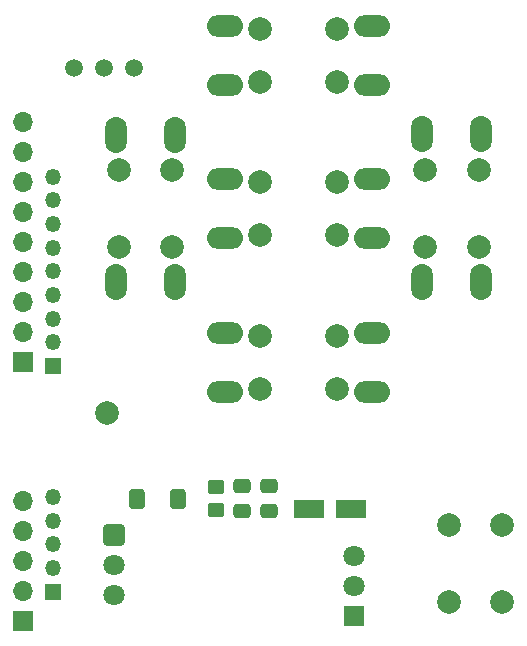
<source format=gbr>
%TF.GenerationSoftware,KiCad,Pcbnew,7.0.1*%
%TF.CreationDate,2023-03-28T22:02:51+09:00*%
%TF.ProjectId,monitor_osd_control,6d6f6e69-746f-4725-9f6f-73645f636f6e,5*%
%TF.SameCoordinates,PX7ab0ef8PY7236868*%
%TF.FileFunction,Soldermask,Top*%
%TF.FilePolarity,Negative*%
%FSLAX46Y46*%
G04 Gerber Fmt 4.6, Leading zero omitted, Abs format (unit mm)*
G04 Created by KiCad (PCBNEW 7.0.1) date 2023-03-28 22:02:51*
%MOMM*%
%LPD*%
G01*
G04 APERTURE LIST*
G04 Aperture macros list*
%AMRoundRect*
0 Rectangle with rounded corners*
0 $1 Rounding radius*
0 $2 $3 $4 $5 $6 $7 $8 $9 X,Y pos of 4 corners*
0 Add a 4 corners polygon primitive as box body*
4,1,4,$2,$3,$4,$5,$6,$7,$8,$9,$2,$3,0*
0 Add four circle primitives for the rounded corners*
1,1,$1+$1,$2,$3*
1,1,$1+$1,$4,$5*
1,1,$1+$1,$6,$7*
1,1,$1+$1,$8,$9*
0 Add four rect primitives between the rounded corners*
20,1,$1+$1,$2,$3,$4,$5,0*
20,1,$1+$1,$4,$5,$6,$7,0*
20,1,$1+$1,$6,$7,$8,$9,0*
20,1,$1+$1,$8,$9,$2,$3,0*%
G04 Aperture macros list end*
%ADD10O,1.850000X3.048000*%
%ADD11C,2.000000*%
%ADD12RoundRect,0.250200X-0.649800X0.649800X-0.649800X-0.649800X0.649800X-0.649800X0.649800X0.649800X0*%
%ADD13C,1.800000*%
%ADD14R,1.800000X1.800000*%
%ADD15C,1.500000*%
%ADD16O,3.048000X1.850000*%
%ADD17RoundRect,0.250000X-1.050000X-0.550000X1.050000X-0.550000X1.050000X0.550000X-1.050000X0.550000X0*%
%ADD18RoundRect,0.250000X0.450000X-0.350000X0.450000X0.350000X-0.450000X0.350000X-0.450000X-0.350000X0*%
%ADD19RoundRect,0.250000X0.475000X-0.337500X0.475000X0.337500X-0.475000X0.337500X-0.475000X-0.337500X0*%
%ADD20RoundRect,0.250000X0.400000X0.600000X-0.400000X0.600000X-0.400000X-0.600000X0.400000X-0.600000X0*%
%ADD21R,1.700000X1.700000*%
%ADD22O,1.700000X1.700000*%
%ADD23R,1.350000X1.350000*%
%ADD24O,1.350000X1.350000*%
G04 APERTURE END LIST*
D10*
%TO.C,SW1*%
X9525000Y30773000D03*
D11*
X9773400Y33771200D03*
X9773400Y40271200D03*
D10*
X9525000Y43273000D03*
X14525000Y30773000D03*
D11*
X14273400Y33771200D03*
X14273400Y40271200D03*
D10*
X14525000Y43273000D03*
%TD*%
D12*
%TO.C,U1*%
X9398000Y9398000D03*
D13*
X9398000Y6858000D03*
X9398000Y4318000D03*
%TD*%
D14*
%TO.C,D2*%
X29718000Y2540000D03*
D13*
X29718000Y5080000D03*
X29718000Y7620000D03*
%TD*%
D11*
%TO.C,SW6*%
X42275000Y10236200D03*
X42275000Y3736200D03*
X37775000Y10236200D03*
X37775000Y3736200D03*
%TD*%
D15*
%TO.C,TP2*%
X5969000Y48895000D03*
%TD*%
D10*
%TO.C,SW5*%
X40505000Y43283000D03*
D11*
X40256600Y40284800D03*
X40256600Y33784800D03*
D10*
X40505000Y30783000D03*
X35505000Y43283000D03*
D11*
X35756600Y40284800D03*
X35756600Y33784800D03*
D10*
X35505000Y30783000D03*
%TD*%
D15*
%TO.C,TP1*%
X11049000Y48895000D03*
%TD*%
%TO.C,TP3*%
X8509000Y48895000D03*
%TD*%
D16*
%TO.C,SW4*%
X31255000Y21493000D03*
D11*
X28256800Y21741400D03*
X21756800Y21741400D03*
D16*
X18755000Y21493000D03*
X31255000Y26493000D03*
D11*
X28256800Y26241400D03*
X21756800Y26241400D03*
D16*
X18755000Y26493000D03*
%TD*%
D17*
%TO.C,E1*%
X25886000Y11557000D03*
X29486000Y11557000D03*
%TD*%
D16*
%TO.C,SW2*%
X18765000Y52473000D03*
D11*
X21763200Y52224600D03*
X28263200Y52224600D03*
D16*
X31265000Y52473000D03*
X18765000Y47473000D03*
D11*
X21763200Y47724600D03*
X28263200Y47724600D03*
D16*
X31265000Y47473000D03*
%TD*%
D18*
%TO.C,R1*%
X18059400Y11471400D03*
X18059400Y13471400D03*
%TD*%
D19*
%TO.C,C1*%
X22479000Y11433900D03*
X22479000Y13508900D03*
%TD*%
D11*
%TO.C,TP4*%
X8763000Y19685000D03*
%TD*%
D19*
%TO.C,C2*%
X20243800Y11433900D03*
X20243800Y13508900D03*
%TD*%
D20*
%TO.C,D1*%
X14831000Y12446000D03*
X11331000Y12446000D03*
%TD*%
D16*
%TO.C,SW3*%
X18765000Y39503000D03*
D11*
X21763200Y39254600D03*
X28263200Y39254600D03*
D16*
X31265000Y39503000D03*
X18765000Y34503000D03*
D11*
X21763200Y34754600D03*
X28263200Y34754600D03*
D16*
X31265000Y34503000D03*
%TD*%
D21*
%TO.C,J4*%
X1651000Y2129000D03*
D22*
X1651000Y4669000D03*
X1651000Y7209000D03*
X1651000Y9749000D03*
X1651000Y12289000D03*
%TD*%
D23*
%TO.C,J1*%
X4191000Y23698200D03*
D24*
X4191000Y25698200D03*
X4191000Y27698200D03*
X4191000Y29698200D03*
X4191000Y31698200D03*
X4191000Y33698200D03*
X4191000Y35698200D03*
X4191000Y37698200D03*
X4191000Y39698200D03*
%TD*%
D21*
%TO.C,J2*%
X1651000Y24003000D03*
D22*
X1651000Y26543000D03*
X1651000Y29083000D03*
X1651000Y31623000D03*
X1651000Y34163000D03*
X1651000Y36703000D03*
X1651000Y39243000D03*
X1651000Y41783000D03*
X1651000Y44323000D03*
%TD*%
D23*
%TO.C,J3*%
X4191000Y4572000D03*
D24*
X4191000Y6572000D03*
X4191000Y8572000D03*
X4191000Y10572000D03*
X4191000Y12572000D03*
%TD*%
M02*

</source>
